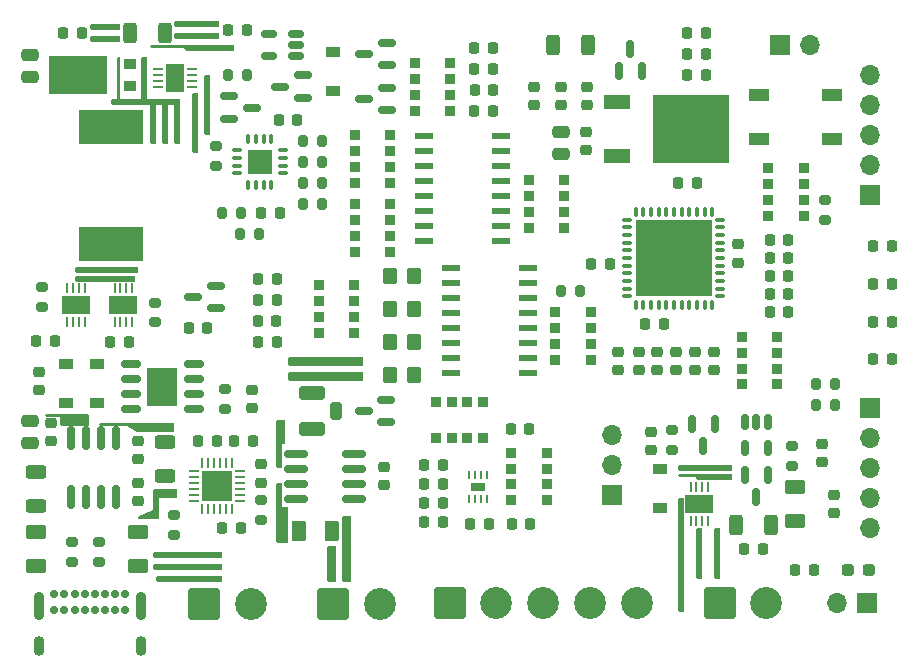
<source format=gbr>
%TF.GenerationSoftware,KiCad,Pcbnew,6.0.11+dfsg-1~bpo11+1*%
%TF.CreationDate,2024-02-18T22:16:09-06:00*%
%TF.ProjectId,BTMS,42544d53-2e6b-4696-9361-645f70636258,rev?*%
%TF.SameCoordinates,Original*%
%TF.FileFunction,Soldermask,Top*%
%TF.FilePolarity,Negative*%
%FSLAX46Y46*%
G04 Gerber Fmt 4.6, Leading zero omitted, Abs format (unit mm)*
G04 Created by KiCad (PCBNEW 6.0.11+dfsg-1~bpo11+1) date 2024-02-18 22:16:09*
%MOMM*%
%LPD*%
G01*
G04 APERTURE LIST*
G04 Aperture macros list*
%AMRoundRect*
0 Rectangle with rounded corners*
0 $1 Rounding radius*
0 $2 $3 $4 $5 $6 $7 $8 $9 X,Y pos of 4 corners*
0 Add a 4 corners polygon primitive as box body*
4,1,4,$2,$3,$4,$5,$6,$7,$8,$9,$2,$3,0*
0 Add four circle primitives for the rounded corners*
1,1,$1+$1,$2,$3*
1,1,$1+$1,$4,$5*
1,1,$1+$1,$6,$7*
1,1,$1+$1,$8,$9*
0 Add four rect primitives between the rounded corners*
20,1,$1+$1,$2,$3,$4,$5,0*
20,1,$1+$1,$4,$5,$6,$7,0*
20,1,$1+$1,$6,$7,$8,$9,0*
20,1,$1+$1,$8,$9,$2,$3,0*%
G04 Aperture macros list end*
%ADD10RoundRect,0.225000X0.250000X-0.225000X0.250000X0.225000X-0.250000X0.225000X-0.250000X-0.225000X0*%
%ADD11RoundRect,0.250001X-1.099999X-1.099999X1.099999X-1.099999X1.099999X1.099999X-1.099999X1.099999X0*%
%ADD12C,2.700000*%
%ADD13RoundRect,0.200000X-0.275000X0.200000X-0.275000X-0.200000X0.275000X-0.200000X0.275000X0.200000X0*%
%ADD14RoundRect,0.200000X0.200000X0.275000X-0.200000X0.275000X-0.200000X-0.275000X0.200000X-0.275000X0*%
%ADD15RoundRect,0.218750X-0.256250X0.218750X-0.256250X-0.218750X0.256250X-0.218750X0.256250X0.218750X0*%
%ADD16RoundRect,0.225000X0.225000X0.250000X-0.225000X0.250000X-0.225000X-0.250000X0.225000X-0.250000X0*%
%ADD17RoundRect,0.200000X0.275000X-0.200000X0.275000X0.200000X-0.275000X0.200000X-0.275000X-0.200000X0*%
%ADD18RoundRect,0.225000X-0.225000X-0.250000X0.225000X-0.250000X0.225000X0.250000X-0.225000X0.250000X0*%
%ADD19RoundRect,0.250000X-0.312500X-0.625000X0.312500X-0.625000X0.312500X0.625000X-0.312500X0.625000X0*%
%ADD20RoundRect,0.218750X0.218750X0.256250X-0.218750X0.256250X-0.218750X-0.256250X0.218750X-0.256250X0*%
%ADD21RoundRect,0.062500X-0.062500X0.287500X-0.062500X-0.287500X0.062500X-0.287500X0.062500X0.287500X0*%
%ADD22R,1.200000X0.800000*%
%ADD23RoundRect,0.150000X-0.150000X0.512500X-0.150000X-0.512500X0.150000X-0.512500X0.150000X0.512500X0*%
%ADD24R,1.700000X1.700000*%
%ADD25O,1.700000X1.700000*%
%ADD26RoundRect,0.200000X-0.200000X-0.275000X0.200000X-0.275000X0.200000X0.275000X-0.200000X0.275000X0*%
%ADD27C,0.700000*%
%ADD28O,0.900000X1.700000*%
%ADD29O,0.900000X2.400000*%
%ADD30R,0.900000X0.900000*%
%ADD31RoundRect,0.218750X0.256250X-0.218750X0.256250X0.218750X-0.256250X0.218750X-0.256250X-0.218750X0*%
%ADD32RoundRect,0.062500X-0.375000X-0.062500X0.375000X-0.062500X0.375000X0.062500X-0.375000X0.062500X0*%
%ADD33RoundRect,0.062500X-0.062500X-0.375000X0.062500X-0.375000X0.062500X0.375000X-0.062500X0.375000X0*%
%ADD34R,2.600000X2.600000*%
%ADD35RoundRect,0.137500X0.662500X0.137500X-0.662500X0.137500X-0.662500X-0.137500X0.662500X-0.137500X0*%
%ADD36RoundRect,0.250000X-0.475000X0.250000X-0.475000X-0.250000X0.475000X-0.250000X0.475000X0.250000X0*%
%ADD37RoundRect,0.062500X-0.062500X0.362500X-0.062500X-0.362500X0.062500X-0.362500X0.062500X0.362500X0*%
%ADD38R,2.380000X1.650000*%
%ADD39RoundRect,0.218750X-0.218750X-0.256250X0.218750X-0.256250X0.218750X0.256250X-0.218750X0.256250X0*%
%ADD40RoundRect,0.300000X0.800000X0.300000X-0.800000X0.300000X-0.800000X-0.300000X0.800000X-0.300000X0*%
%ADD41RoundRect,0.250000X0.250000X0.500000X-0.250000X0.500000X-0.250000X-0.500000X0.250000X-0.500000X0*%
%ADD42RoundRect,0.250000X0.625000X-0.375000X0.625000X0.375000X-0.625000X0.375000X-0.625000X-0.375000X0*%
%ADD43RoundRect,0.062500X0.362500X0.062500X-0.362500X0.062500X-0.362500X-0.062500X0.362500X-0.062500X0*%
%ADD44R,1.650000X2.380000*%
%ADD45R,1.200000X0.900000*%
%ADD46RoundRect,0.150000X0.662500X0.150000X-0.662500X0.150000X-0.662500X-0.150000X0.662500X-0.150000X0*%
%ADD47R,2.514000X3.200000*%
%ADD48RoundRect,0.150000X0.587500X0.150000X-0.587500X0.150000X-0.587500X-0.150000X0.587500X-0.150000X0*%
%ADD49RoundRect,0.150000X-0.150000X0.587500X-0.150000X-0.587500X0.150000X-0.587500X0.150000X0.587500X0*%
%ADD50RoundRect,0.250000X0.312500X0.625000X-0.312500X0.625000X-0.312500X-0.625000X0.312500X-0.625000X0*%
%ADD51RoundRect,0.250000X0.475000X-0.250000X0.475000X0.250000X-0.475000X0.250000X-0.475000X-0.250000X0*%
%ADD52RoundRect,0.225000X-0.250000X0.225000X-0.250000X-0.225000X0.250000X-0.225000X0.250000X0.225000X0*%
%ADD53RoundRect,0.250000X0.350000X0.450000X-0.350000X0.450000X-0.350000X-0.450000X0.350000X-0.450000X0*%
%ADD54RoundRect,0.237500X-0.287500X-0.237500X0.287500X-0.237500X0.287500X0.237500X-0.287500X0.237500X0*%
%ADD55RoundRect,0.150000X-0.150000X0.825000X-0.150000X-0.825000X0.150000X-0.825000X0.150000X0.825000X0*%
%ADD56RoundRect,0.087500X-0.325000X-0.087500X0.325000X-0.087500X0.325000X0.087500X-0.325000X0.087500X0*%
%ADD57RoundRect,0.087500X-0.087500X-0.325000X0.087500X-0.325000X0.087500X0.325000X-0.087500X0.325000X0*%
%ADD58R,6.450000X6.450000*%
%ADD59RoundRect,0.062500X0.062500X-0.362500X0.062500X0.362500X-0.062500X0.362500X-0.062500X-0.362500X0*%
%ADD60RoundRect,0.250000X0.625000X-0.312500X0.625000X0.312500X-0.625000X0.312500X-0.625000X-0.312500X0*%
%ADD61RoundRect,0.150000X0.512500X0.150000X-0.512500X0.150000X-0.512500X-0.150000X0.512500X-0.150000X0*%
%ADD62RoundRect,0.150000X-0.825000X-0.150000X0.825000X-0.150000X0.825000X0.150000X-0.825000X0.150000X0*%
%ADD63RoundRect,0.250000X-0.625000X0.375000X-0.625000X-0.375000X0.625000X-0.375000X0.625000X0.375000X0*%
%ADD64RoundRect,0.250000X0.375000X0.625000X-0.375000X0.625000X-0.375000X-0.625000X0.375000X-0.625000X0*%
%ADD65R,1.000000X0.950000*%
%ADD66R,4.900000X3.200000*%
%ADD67RoundRect,0.075000X0.075000X-0.350000X0.075000X0.350000X-0.075000X0.350000X-0.075000X-0.350000X0*%
%ADD68RoundRect,0.075000X0.350000X-0.075000X0.350000X0.075000X-0.350000X0.075000X-0.350000X-0.075000X0*%
%ADD69R,2.100000X2.100000*%
%ADD70R,2.200000X1.200000*%
%ADD71R,6.400000X5.800000*%
%ADD72R,5.400000X2.900000*%
%ADD73RoundRect,0.150000X0.150000X-0.587500X0.150000X0.587500X-0.150000X0.587500X-0.150000X-0.587500X0*%
%ADD74RoundRect,0.150000X-0.587500X-0.150000X0.587500X-0.150000X0.587500X0.150000X-0.587500X0.150000X0*%
%ADD75RoundRect,0.250000X-0.625000X0.312500X-0.625000X-0.312500X0.625000X-0.312500X0.625000X0.312500X0*%
%ADD76R,1.800000X1.100000*%
G04 APERTURE END LIST*
D10*
%TO.C,C42*%
X155956000Y-103391000D03*
X155956000Y-101841000D03*
%TD*%
D11*
%TO.C,J4*%
X171631000Y-145542000D03*
D12*
X175591000Y-145542000D03*
%TD*%
D13*
%TO.C,R11*%
X123808000Y-120109000D03*
X123808000Y-121759000D03*
%TD*%
D14*
%TO.C,R24*%
X131127000Y-112558000D03*
X129477000Y-112558000D03*
%TD*%
D15*
%TO.C,D13*%
X165862000Y-131038500D03*
X165862000Y-132613500D03*
%TD*%
D16*
%TO.C,C10*%
X148181000Y-138648000D03*
X146631000Y-138648000D03*
%TD*%
D17*
%TO.C,R10*%
X114300000Y-120459000D03*
X114300000Y-118809000D03*
%TD*%
D18*
%TO.C,C33*%
X168135000Y-109982000D03*
X169685000Y-109982000D03*
%TD*%
D19*
%TO.C,FB4*%
X121727500Y-97282000D03*
X124652500Y-97282000D03*
%TD*%
D20*
%TO.C,D16*%
X170485000Y-100853000D03*
X168910000Y-100853000D03*
%TD*%
D16*
%TO.C,C20*%
X115329000Y-123364000D03*
X113779000Y-123364000D03*
%TD*%
D21*
%TO.C,U4*%
X151956000Y-134748000D03*
X151456000Y-134748000D03*
X150956000Y-134748000D03*
X150456000Y-134748000D03*
X150456000Y-136748000D03*
X150956000Y-136748000D03*
X151456000Y-136748000D03*
X151956000Y-136748000D03*
D22*
X151206000Y-135748000D03*
%TD*%
D14*
%TO.C,R16*%
X137985000Y-108204000D03*
X136335000Y-108204000D03*
%TD*%
D23*
%TO.C,U15*%
X175702000Y-130180500D03*
X174752000Y-130180500D03*
X173802000Y-130180500D03*
X173802000Y-132455500D03*
X175702000Y-132455500D03*
%TD*%
D24*
%TO.C,J5*%
X162560000Y-136383000D03*
D25*
X162560000Y-133843000D03*
X162560000Y-131303000D03*
%TD*%
D26*
%TO.C,R20*%
X136335000Y-111760000D03*
X137985000Y-111760000D03*
%TD*%
D20*
%TO.C,D25*%
X152451000Y-100330000D03*
X150876000Y-100330000D03*
%TD*%
D27*
%TO.C,P1*%
X115316000Y-144819000D03*
X116166000Y-144819000D03*
X117016000Y-144819000D03*
X117866000Y-144819000D03*
X118716000Y-144819000D03*
X119566000Y-144819000D03*
X120416000Y-144819000D03*
X121266000Y-144819000D03*
X121266000Y-146169000D03*
X120416000Y-146169000D03*
X119566000Y-146169000D03*
X118716000Y-146169000D03*
X117866000Y-146169000D03*
X117016000Y-146169000D03*
X116166000Y-146169000D03*
X115316000Y-146169000D03*
D28*
X113966000Y-149179000D03*
D29*
X113966000Y-145799000D03*
X122616000Y-145799000D03*
D28*
X122616000Y-149179000D03*
%TD*%
D20*
%TO.C,D20*%
X179603500Y-142748000D03*
X178028500Y-142748000D03*
%TD*%
D30*
%TO.C,RN4*%
X178770000Y-112744000D03*
X178770000Y-111404000D03*
X178770000Y-110084000D03*
X178770000Y-108744000D03*
X175770000Y-108744000D03*
X175770000Y-110084000D03*
X175770000Y-111404000D03*
X175770000Y-112744000D03*
%TD*%
D16*
%TO.C,C35*%
X117615000Y-97282000D03*
X116065000Y-97282000D03*
%TD*%
D31*
%TO.C,D11*%
X132080000Y-129057500D03*
X132080000Y-127482500D03*
%TD*%
D32*
%TO.C,U2*%
X127138500Y-134386000D03*
X127138500Y-134886000D03*
X127138500Y-135386000D03*
X127138500Y-135886000D03*
X127138500Y-136386000D03*
X127138500Y-136886000D03*
D33*
X127826000Y-137573500D03*
X128326000Y-137573500D03*
X128826000Y-137573500D03*
X129326000Y-137573500D03*
X129826000Y-137573500D03*
X130326000Y-137573500D03*
D32*
X131013500Y-136886000D03*
X131013500Y-136386000D03*
X131013500Y-135886000D03*
X131013500Y-135386000D03*
X131013500Y-134886000D03*
X131013500Y-134386000D03*
D33*
X130326000Y-133698500D03*
X129826000Y-133698500D03*
X129326000Y-133698500D03*
X128826000Y-133698500D03*
X128326000Y-133698500D03*
X127826000Y-133698500D03*
D34*
X129076000Y-135636000D03*
%TD*%
D18*
%TO.C,C18*%
X120041000Y-123442000D03*
X121591000Y-123442000D03*
%TD*%
%TO.C,C1*%
X146631000Y-135448000D03*
X148181000Y-135448000D03*
%TD*%
D35*
%TO.C,U3*%
X155386000Y-126077000D03*
X155386000Y-124807000D03*
X155386000Y-123537000D03*
X155386000Y-122267000D03*
X155386000Y-120997000D03*
X155386000Y-119727000D03*
X155386000Y-118457000D03*
X155386000Y-117187000D03*
X148886000Y-117187000D03*
X148886000Y-118457000D03*
X148886000Y-119727000D03*
X148886000Y-120997000D03*
X148886000Y-122267000D03*
X148886000Y-123537000D03*
X148886000Y-124807000D03*
X148886000Y-126077000D03*
%TD*%
D36*
%TO.C,C16*%
X113284000Y-130114000D03*
X113284000Y-132014000D03*
%TD*%
D17*
%TO.C,R22*%
X125476000Y-139763000D03*
X125476000Y-138113000D03*
%TD*%
D37*
%TO.C,U11*%
X117904000Y-118884000D03*
X117404000Y-118884000D03*
X116904000Y-118884000D03*
X116404000Y-118884000D03*
X116404000Y-121784000D03*
X116904000Y-121784000D03*
X117404000Y-121784000D03*
X117904000Y-121784000D03*
D38*
X117154000Y-120334000D03*
%TD*%
D39*
%TO.C,D23*%
X150876000Y-98552000D03*
X152451000Y-98552000D03*
%TD*%
D16*
%TO.C,C36*%
X166891000Y-121920000D03*
X165341000Y-121920000D03*
%TD*%
D14*
%TO.C,R18*%
X137985000Y-106426000D03*
X136335000Y-106426000D03*
%TD*%
D13*
%TO.C,R6*%
X119126000Y-140399000D03*
X119126000Y-142049000D03*
%TD*%
D18*
%TO.C,C6*%
X153931000Y-130848000D03*
X155481000Y-130848000D03*
%TD*%
D11*
%TO.C,J3*%
X138917000Y-145625000D03*
D12*
X142877000Y-145625000D03*
%TD*%
D40*
%TO.C,U5*%
X137088500Y-130786000D03*
D41*
X139160000Y-129292000D03*
D40*
X137160000Y-127786000D03*
%TD*%
D17*
%TO.C,R19*%
X129032000Y-108521000D03*
X129032000Y-106871000D03*
%TD*%
D13*
%TO.C,R23*%
X129794000Y-127445000D03*
X129794000Y-129095000D03*
%TD*%
D18*
%TO.C,C17*%
X175895000Y-119380000D03*
X177445000Y-119380000D03*
%TD*%
%TO.C,C19*%
X175895000Y-117856000D03*
X177445000Y-117856000D03*
%TD*%
D42*
%TO.C,F2*%
X113792000Y-142370000D03*
X113792000Y-139570000D03*
%TD*%
D43*
%TO.C,U16*%
X127000000Y-101854000D03*
X127000000Y-101354000D03*
X127000000Y-100854000D03*
X127000000Y-100354000D03*
X124100000Y-100354000D03*
X124100000Y-100854000D03*
X124100000Y-101354000D03*
X124100000Y-101854000D03*
D44*
X125550000Y-101104000D03*
%TD*%
D10*
%TO.C,C23*%
X114046000Y-127521000D03*
X114046000Y-125971000D03*
%TD*%
D39*
%TO.C,D6*%
X154018500Y-138848000D03*
X155593500Y-138848000D03*
%TD*%
D45*
%TO.C,D17*%
X118932000Y-128650000D03*
X118932000Y-125350000D03*
%TD*%
D46*
%TO.C,U9*%
X127097500Y-129159000D03*
X127097500Y-127889000D03*
X127097500Y-126619000D03*
X127097500Y-125349000D03*
X121822500Y-125349000D03*
X121822500Y-126619000D03*
X121822500Y-127889000D03*
X121822500Y-129159000D03*
D47*
X124460000Y-127254000D03*
%TD*%
D48*
%TO.C,Q7*%
X136319500Y-102768000D03*
X136319500Y-100868000D03*
X134444500Y-101818000D03*
%TD*%
D49*
%TO.C,Q3*%
X175702000Y-134698500D03*
X173802000Y-134698500D03*
X174752000Y-136573500D03*
%TD*%
D16*
%TO.C,C39*%
X162319000Y-116840000D03*
X160769000Y-116840000D03*
%TD*%
D13*
%TO.C,R5*%
X116840000Y-140399000D03*
X116840000Y-142049000D03*
%TD*%
D30*
%TO.C,RN11*%
X148820000Y-103854000D03*
X148820000Y-102514000D03*
X148820000Y-101194000D03*
X148820000Y-99854000D03*
X145820000Y-99854000D03*
X145820000Y-101194000D03*
X145820000Y-102514000D03*
X145820000Y-103854000D03*
%TD*%
D50*
%TO.C,FB2*%
X160466500Y-98298000D03*
X157541500Y-98298000D03*
%TD*%
D14*
%TO.C,R12*%
X181419000Y-127000000D03*
X179769000Y-127000000D03*
%TD*%
D11*
%TO.C,J2*%
X127995000Y-145625000D03*
D12*
X131955000Y-145625000D03*
%TD*%
D10*
%TO.C,C22*%
X160292000Y-107189000D03*
X160292000Y-105639000D03*
%TD*%
D18*
%TO.C,C3*%
X146631000Y-137048000D03*
X148181000Y-137048000D03*
%TD*%
D39*
%TO.C,D5*%
X127482500Y-131826000D03*
X129057500Y-131826000D03*
%TD*%
D18*
%TO.C,C34*%
X175870000Y-114808000D03*
X177420000Y-114808000D03*
%TD*%
D51*
%TO.C,C25*%
X158242000Y-107564000D03*
X158242000Y-105664000D03*
%TD*%
D18*
%TO.C,C44*%
X130035000Y-97028000D03*
X131585000Y-97028000D03*
%TD*%
D52*
%TO.C,C5*%
X143241000Y-133999000D03*
X143241000Y-135549000D03*
%TD*%
%TO.C,C14*%
X160392000Y-101841000D03*
X160392000Y-103391000D03*
%TD*%
%TO.C,C11*%
X122428000Y-131813000D03*
X122428000Y-133363000D03*
%TD*%
D10*
%TO.C,C28*%
X181356000Y-137935000D03*
X181356000Y-136385000D03*
%TD*%
D53*
%TO.C,R1*%
X145756000Y-117856000D03*
X143756000Y-117856000D03*
%TD*%
D20*
%TO.C,D3*%
X134112000Y-121666000D03*
X132537000Y-121666000D03*
%TD*%
D18*
%TO.C,C41*%
X150888500Y-102108000D03*
X152438500Y-102108000D03*
%TD*%
%TO.C,C4*%
X129527000Y-139192000D03*
X131077000Y-139192000D03*
%TD*%
D39*
%TO.C,D9*%
X184632500Y-121716000D03*
X186207500Y-121716000D03*
%TD*%
D18*
%TO.C,C7*%
X130543000Y-131826000D03*
X132093000Y-131826000D03*
%TD*%
D39*
%TO.C,D10*%
X184632500Y-124916000D03*
X186207500Y-124916000D03*
%TD*%
D18*
%TO.C,C21*%
X175895000Y-116332000D03*
X177445000Y-116332000D03*
%TD*%
D36*
%TO.C,C32*%
X113284000Y-99126000D03*
X113284000Y-101026000D03*
%TD*%
D30*
%TO.C,RN8*%
X140740000Y-105950000D03*
X140740000Y-107290000D03*
X140740000Y-108610000D03*
X140740000Y-109950000D03*
X143740000Y-109950000D03*
X143740000Y-108610000D03*
X143740000Y-107290000D03*
X143740000Y-105950000D03*
%TD*%
D20*
%TO.C,D2*%
X134137500Y-119888000D03*
X132562500Y-119888000D03*
%TD*%
D42*
%TO.C,F1*%
X122428000Y-142370000D03*
X122428000Y-139570000D03*
%TD*%
D26*
%TO.C,R21*%
X158179000Y-119126000D03*
X159829000Y-119126000D03*
%TD*%
D54*
%TO.C,F4*%
X182513000Y-142748000D03*
X184263000Y-142748000D03*
%TD*%
D24*
%TO.C,J9*%
X184150000Y-145542000D03*
D25*
X181610000Y-145542000D03*
%TD*%
D52*
%TO.C,C29*%
X171168000Y-124267000D03*
X171168000Y-125817000D03*
%TD*%
D18*
%TO.C,C15*%
X175895000Y-120904000D03*
X177445000Y-120904000D03*
%TD*%
D16*
%TO.C,C9*%
X152081000Y-138848000D03*
X150531000Y-138848000D03*
%TD*%
D55*
%TO.C,U7*%
X120523000Y-131614000D03*
X119253000Y-131614000D03*
X117983000Y-131614000D03*
X116713000Y-131614000D03*
X116713000Y-136564000D03*
X117983000Y-136564000D03*
X119253000Y-136564000D03*
X120523000Y-136564000D03*
%TD*%
D13*
%TO.C,R9*%
X167562000Y-130901000D03*
X167562000Y-132551000D03*
%TD*%
D10*
%TO.C,C8*%
X132842000Y-135343000D03*
X132842000Y-133793000D03*
%TD*%
D19*
%TO.C,FB3*%
X173035500Y-138938000D03*
X175960500Y-138938000D03*
%TD*%
D52*
%TO.C,C24*%
X115062000Y-130302000D03*
X115062000Y-131852000D03*
%TD*%
D45*
%TO.C,D26*%
X138938000Y-102234000D03*
X138938000Y-98934000D03*
%TD*%
D26*
%TO.C,R14*%
X129985000Y-100838000D03*
X131635000Y-100838000D03*
%TD*%
D53*
%TO.C,R2*%
X145756000Y-120650000D03*
X143756000Y-120650000D03*
%TD*%
D56*
%TO.C,U17*%
X163832500Y-113092000D03*
X163832500Y-113742000D03*
X163832500Y-114392000D03*
X163832500Y-115042000D03*
X163832500Y-115692000D03*
X163832500Y-116342000D03*
X163832500Y-116992000D03*
X163832500Y-117642000D03*
X163832500Y-118292000D03*
X163832500Y-118942000D03*
X163832500Y-119592000D03*
D57*
X164520000Y-120279500D03*
X165170000Y-120279500D03*
X165820000Y-120279500D03*
X166470000Y-120279500D03*
X167120000Y-120279500D03*
X167770000Y-120279500D03*
X168420000Y-120279500D03*
X169070000Y-120279500D03*
X169720000Y-120279500D03*
X170370000Y-120279500D03*
X171020000Y-120279500D03*
D56*
X171707500Y-119592000D03*
X171707500Y-118942000D03*
X171707500Y-118292000D03*
X171707500Y-117642000D03*
X171707500Y-116992000D03*
X171707500Y-116342000D03*
X171707500Y-115692000D03*
X171707500Y-115042000D03*
X171707500Y-114392000D03*
X171707500Y-113742000D03*
X171707500Y-113092000D03*
D57*
X171020000Y-112404500D03*
X170370000Y-112404500D03*
X169720000Y-112404500D03*
X169070000Y-112404500D03*
X168420000Y-112404500D03*
X167770000Y-112404500D03*
X167120000Y-112404500D03*
X166470000Y-112404500D03*
X165820000Y-112404500D03*
X165170000Y-112404500D03*
X164520000Y-112404500D03*
D58*
X167770000Y-116342000D03*
%TD*%
D14*
%TO.C,R17*%
X137985000Y-109982000D03*
X136335000Y-109982000D03*
%TD*%
D59*
%TO.C,U12*%
X120408000Y-121734000D03*
X120908000Y-121734000D03*
X121408000Y-121734000D03*
X121908000Y-121734000D03*
X121908000Y-118834000D03*
X121408000Y-118834000D03*
X120908000Y-118834000D03*
X120408000Y-118834000D03*
D38*
X121158000Y-120284000D03*
%TD*%
D49*
%TO.C,Q2*%
X171212000Y-130388500D03*
X169312000Y-130388500D03*
X170262000Y-132263500D03*
%TD*%
D20*
%TO.C,D27*%
X170459500Y-97282000D03*
X168884500Y-97282000D03*
%TD*%
D18*
%TO.C,C2*%
X146631000Y-133848000D03*
X148181000Y-133848000D03*
%TD*%
D52*
%TO.C,C38*%
X167968000Y-124267000D03*
X167968000Y-125817000D03*
%TD*%
D30*
%TO.C,RN2*%
X140692000Y-122650000D03*
X140692000Y-121310000D03*
X140692000Y-119990000D03*
X140692000Y-118650000D03*
X137692000Y-118650000D03*
X137692000Y-119990000D03*
X137692000Y-121310000D03*
X137692000Y-122650000D03*
%TD*%
D24*
%TO.C,J8*%
X184404000Y-110998000D03*
D25*
X184404000Y-108458000D03*
X184404000Y-105918000D03*
X184404000Y-103378000D03*
X184404000Y-100838000D03*
%TD*%
D31*
%TO.C,D19*%
X180340000Y-133629500D03*
X180340000Y-132054500D03*
%TD*%
D48*
%TO.C,U13*%
X128953500Y-120584000D03*
X128953500Y-118684000D03*
X127078500Y-119634000D03*
%TD*%
D16*
%TO.C,C43*%
X175273000Y-140970000D03*
X173723000Y-140970000D03*
%TD*%
D10*
%TO.C,C12*%
X122428000Y-136919000D03*
X122428000Y-135369000D03*
%TD*%
D52*
%TO.C,C13*%
X158242000Y-101841000D03*
X158242000Y-103391000D03*
%TD*%
D60*
%TO.C,FB1*%
X124714000Y-134812500D03*
X124714000Y-131887500D03*
%TD*%
D30*
%TO.C,RN9*%
X158472000Y-113760000D03*
X158472000Y-112420000D03*
X158472000Y-111100000D03*
X158472000Y-109760000D03*
X155472000Y-109760000D03*
X155472000Y-111100000D03*
X155472000Y-112420000D03*
X155472000Y-113760000D03*
%TD*%
D52*
%TO.C,C31*%
X164768000Y-124267000D03*
X164768000Y-125817000D03*
%TD*%
D61*
%TO.C,U14*%
X135757500Y-99248000D03*
X135757500Y-98298000D03*
X135757500Y-97348000D03*
X133482500Y-97348000D03*
X133482500Y-99248000D03*
%TD*%
D62*
%TO.C,U1*%
X135766000Y-132969000D03*
X135766000Y-134239000D03*
X135766000Y-135509000D03*
X135766000Y-136779000D03*
X140716000Y-136779000D03*
X140716000Y-135509000D03*
X140716000Y-134239000D03*
X140716000Y-132969000D03*
%TD*%
D30*
%TO.C,RN1*%
X147606000Y-131548000D03*
X148946000Y-131548000D03*
X150266000Y-131548000D03*
X151606000Y-131548000D03*
X151606000Y-128548000D03*
X150266000Y-128548000D03*
X148946000Y-128548000D03*
X147606000Y-128548000D03*
%TD*%
D63*
%TO.C,F5*%
X178054000Y-135760000D03*
X178054000Y-138560000D03*
%TD*%
D39*
%TO.C,D8*%
X184632500Y-118516000D03*
X186207500Y-118516000D03*
%TD*%
D52*
%TO.C,C30*%
X166368000Y-124267000D03*
X166368000Y-125817000D03*
%TD*%
D45*
%TO.C,D14*%
X166624000Y-137540000D03*
X166624000Y-134240000D03*
%TD*%
D26*
%TO.C,R26*%
X131001000Y-114300000D03*
X132651000Y-114300000D03*
%TD*%
D30*
%TO.C,RN5*%
X160734000Y-124936000D03*
X160734000Y-123596000D03*
X160734000Y-122276000D03*
X160734000Y-120936000D03*
X157734000Y-120936000D03*
X157734000Y-122276000D03*
X157734000Y-123596000D03*
X157734000Y-124936000D03*
%TD*%
D64*
%TO.C,F3*%
X138814000Y-139446000D03*
X136014000Y-139446000D03*
%TD*%
D65*
%TO.C,D22*%
X121698000Y-99868000D03*
X121698000Y-101808000D03*
D66*
X117348000Y-100838000D03*
%TD*%
D52*
%TO.C,C27*%
X169568000Y-124267000D03*
X169568000Y-125817000D03*
%TD*%
D16*
%TO.C,C40*%
X135890000Y-104648000D03*
X134340000Y-104648000D03*
%TD*%
D67*
%TO.C,U18*%
X131733000Y-110140000D03*
X132383000Y-110140000D03*
X133033000Y-110140000D03*
X133683000Y-110140000D03*
D68*
X134658000Y-109165000D03*
X134658000Y-108515000D03*
X134658000Y-107865000D03*
X134658000Y-107215000D03*
D67*
X133683000Y-106240000D03*
X133033000Y-106240000D03*
X132383000Y-106240000D03*
X131733000Y-106240000D03*
D68*
X130758000Y-107215000D03*
X130758000Y-107865000D03*
X130758000Y-108515000D03*
X130758000Y-109165000D03*
D69*
X132708000Y-108190000D03*
%TD*%
D35*
%TO.C,U8*%
X153110000Y-114935000D03*
X153110000Y-113665000D03*
X153110000Y-112395000D03*
X153110000Y-111125000D03*
X153110000Y-109855000D03*
X153110000Y-108585000D03*
X153110000Y-107315000D03*
X153110000Y-106045000D03*
X146610000Y-106045000D03*
X146610000Y-107315000D03*
X146610000Y-108585000D03*
X146610000Y-109855000D03*
X146610000Y-111125000D03*
X146610000Y-112395000D03*
X146610000Y-113665000D03*
X146610000Y-114935000D03*
%TD*%
D13*
%TO.C,R15*%
X177800000Y-132271000D03*
X177800000Y-133921000D03*
%TD*%
D20*
%TO.C,D1*%
X134137500Y-118110000D03*
X132562500Y-118110000D03*
%TD*%
D53*
%TO.C,R4*%
X145756000Y-126238000D03*
X143756000Y-126238000D03*
%TD*%
D11*
%TO.C,J1*%
X148771000Y-145542000D03*
D12*
X152731000Y-145542000D03*
X156691000Y-145542000D03*
X160651000Y-145542000D03*
X164611000Y-145542000D03*
%TD*%
D70*
%TO.C,U10*%
X162932000Y-103130000D03*
D71*
X169232000Y-105410000D03*
D70*
X162932000Y-107690000D03*
%TD*%
D24*
%TO.C,J6*%
X184404000Y-129032000D03*
D25*
X184404000Y-131572000D03*
X184404000Y-134112000D03*
X184404000Y-136652000D03*
X184404000Y-139192000D03*
%TD*%
D72*
%TO.C,L1*%
X120116000Y-115174000D03*
X120116000Y-105274000D03*
%TD*%
D13*
%TO.C,R8*%
X132842000Y-136843000D03*
X132842000Y-138493000D03*
%TD*%
D30*
%TO.C,RN7*%
X143740000Y-115792000D03*
X143740000Y-114452000D03*
X143740000Y-113132000D03*
X143740000Y-111792000D03*
X140740000Y-111792000D03*
X140740000Y-113132000D03*
X140740000Y-114452000D03*
X140740000Y-115792000D03*
%TD*%
D73*
%TO.C,Q8*%
X163134000Y-100505500D03*
X165034000Y-100505500D03*
X164084000Y-98630500D03*
%TD*%
D17*
%TO.C,R25*%
X180594000Y-113093000D03*
X180594000Y-111443000D03*
%TD*%
D30*
%TO.C,RN3*%
X154006000Y-132848000D03*
X154006000Y-134188000D03*
X154006000Y-135508000D03*
X154006000Y-136848000D03*
X157006000Y-136848000D03*
X157006000Y-135508000D03*
X157006000Y-134188000D03*
X157006000Y-132848000D03*
%TD*%
D39*
%TO.C,D7*%
X184632500Y-115316000D03*
X186207500Y-115316000D03*
%TD*%
D14*
%TO.C,R13*%
X181419000Y-128778000D03*
X179769000Y-128778000D03*
%TD*%
D16*
%TO.C,C26*%
X128273000Y-122258000D03*
X126723000Y-122258000D03*
%TD*%
D20*
%TO.C,D12*%
X134391500Y-112558000D03*
X132816500Y-112558000D03*
%TD*%
D74*
%TO.C,Q5*%
X130126500Y-102646000D03*
X130126500Y-104546000D03*
X132001500Y-103596000D03*
%TD*%
D30*
%TO.C,RN10*%
X176506000Y-127042000D03*
X176506000Y-125702000D03*
X176506000Y-124382000D03*
X176506000Y-123042000D03*
X173506000Y-123042000D03*
X173506000Y-124382000D03*
X173506000Y-125702000D03*
X173506000Y-127042000D03*
%TD*%
D15*
%TO.C,D21*%
X163068000Y-124254500D03*
X163068000Y-125829500D03*
%TD*%
D48*
%TO.C,Q6*%
X143431500Y-103835000D03*
X143431500Y-101935000D03*
X141556500Y-102885000D03*
%TD*%
%TO.C,Q1*%
X143397500Y-130236000D03*
X143397500Y-128336000D03*
X141522500Y-129286000D03*
%TD*%
D20*
%TO.C,D15*%
X170459500Y-99060000D03*
X168884500Y-99060000D03*
%TD*%
%TO.C,D4*%
X134137500Y-123444000D03*
X132562500Y-123444000D03*
%TD*%
D75*
%TO.C,R7*%
X113792000Y-134427500D03*
X113792000Y-137352500D03*
%TD*%
D53*
%TO.C,R3*%
X145756000Y-123444000D03*
X143756000Y-123444000D03*
%TD*%
D76*
%TO.C,SW1*%
X181154000Y-106244000D03*
X174954000Y-106244000D03*
X174954000Y-102544000D03*
X181154000Y-102544000D03*
%TD*%
D24*
%TO.C,J7*%
X176779000Y-98298000D03*
D25*
X179319000Y-98298000D03*
%TD*%
D10*
%TO.C,C37*%
X173228000Y-116717000D03*
X173228000Y-115167000D03*
%TD*%
D48*
%TO.C,Q4*%
X143431500Y-100010000D03*
X143431500Y-98110000D03*
X141556500Y-99060000D03*
%TD*%
D45*
%TO.C,D18*%
X116332000Y-128650000D03*
X116332000Y-125350000D03*
%TD*%
D37*
%TO.C,U6*%
X170676000Y-135710000D03*
X170176000Y-135710000D03*
X169676000Y-135710000D03*
X169176000Y-135710000D03*
X169176000Y-138610000D03*
X169676000Y-138610000D03*
X170176000Y-138610000D03*
X170676000Y-138610000D03*
D38*
X169926000Y-137160000D03*
%TD*%
D20*
%TO.C,D24*%
X152451000Y-103886000D03*
X150876000Y-103886000D03*
%TD*%
G36*
X171646121Y-139212002D02*
G01*
X171692614Y-139265658D01*
X171704000Y-139318000D01*
X171704000Y-143384000D01*
X171683998Y-143452121D01*
X171630342Y-143498614D01*
X171578000Y-143510000D01*
X171322000Y-143510000D01*
X171253879Y-143489998D01*
X171207386Y-143436342D01*
X171196000Y-143384000D01*
X171196000Y-139318000D01*
X171216002Y-139249879D01*
X171269658Y-139203386D01*
X171322000Y-139192000D01*
X171578000Y-139192000D01*
X171646121Y-139212002D01*
G37*
G36*
X134562121Y-135402002D02*
G01*
X134608614Y-135455658D01*
X134620000Y-135508000D01*
X134620000Y-137395885D01*
X134624475Y-137411124D01*
X134625865Y-137412329D01*
X134633548Y-137414000D01*
X135002000Y-137414000D01*
X135070121Y-137434002D01*
X135116614Y-137487658D01*
X135128000Y-137540000D01*
X135128000Y-140336000D01*
X135107998Y-140404121D01*
X135054342Y-140450614D01*
X135002000Y-140462000D01*
X134238000Y-140462000D01*
X134169879Y-140441998D01*
X134123386Y-140388342D01*
X134112000Y-140336000D01*
X134112000Y-135508000D01*
X134132002Y-135439879D01*
X134185658Y-135393386D01*
X134238000Y-135382000D01*
X134494000Y-135382000D01*
X134562121Y-135402002D01*
G37*
G36*
X170122121Y-139212002D02*
G01*
X170168614Y-139265658D01*
X170180000Y-139318000D01*
X170180000Y-143384000D01*
X170159998Y-143452121D01*
X170106342Y-143498614D01*
X170054000Y-143510000D01*
X169798000Y-143510000D01*
X169729879Y-143489998D01*
X169683386Y-143436342D01*
X169672000Y-143384000D01*
X169672000Y-139318000D01*
X169692002Y-139249879D01*
X169745658Y-139203386D01*
X169798000Y-139192000D01*
X170054000Y-139192000D01*
X170122121Y-139212002D01*
G37*
G36*
X140404121Y-138196002D02*
G01*
X140450614Y-138249658D01*
X140462000Y-138302000D01*
X140462000Y-143638000D01*
X140441998Y-143706121D01*
X140388342Y-143752614D01*
X140336000Y-143764000D01*
X139826000Y-143764000D01*
X139757879Y-143743998D01*
X139711386Y-143690342D01*
X139700000Y-143638000D01*
X139700000Y-138302000D01*
X139720002Y-138233879D01*
X139773658Y-138187386D01*
X139826000Y-138176000D01*
X140336000Y-138176000D01*
X140404121Y-138196002D01*
G37*
G36*
X125926121Y-102890002D02*
G01*
X125972614Y-102943658D01*
X125984000Y-102996000D01*
X125984000Y-106554000D01*
X125963998Y-106622121D01*
X125910342Y-106668614D01*
X125858000Y-106680000D01*
X125602000Y-106680000D01*
X125533879Y-106659998D01*
X125487386Y-106606342D01*
X125476000Y-106554000D01*
X125476000Y-103396115D01*
X125471525Y-103380876D01*
X125470135Y-103379671D01*
X125462452Y-103378000D01*
X125348000Y-103378000D01*
X125279879Y-103357998D01*
X125233386Y-103304342D01*
X125222000Y-103252000D01*
X125222000Y-102996000D01*
X125242002Y-102927879D01*
X125295658Y-102881386D01*
X125348000Y-102870000D01*
X125858000Y-102870000D01*
X125926121Y-102890002D01*
G37*
G36*
X129228121Y-96286002D02*
G01*
X129274614Y-96339658D01*
X129286000Y-96392000D01*
X129286000Y-96648000D01*
X129265998Y-96716121D01*
X129212342Y-96762614D01*
X129160000Y-96774000D01*
X125602000Y-96774000D01*
X125533879Y-96753998D01*
X125487386Y-96700342D01*
X125476000Y-96648000D01*
X125476000Y-96392000D01*
X125496002Y-96323879D01*
X125549658Y-96277386D01*
X125602000Y-96266000D01*
X129160000Y-96266000D01*
X129228121Y-96286002D01*
G37*
G36*
X125672121Y-135910002D02*
G01*
X125718614Y-135963658D01*
X125730000Y-136016000D01*
X125730000Y-136526000D01*
X125709998Y-136594121D01*
X125656342Y-136640614D01*
X125604000Y-136652000D01*
X124224115Y-136652000D01*
X124208876Y-136656475D01*
X124207671Y-136657865D01*
X124206000Y-136665548D01*
X124206000Y-138304000D01*
X124185998Y-138372121D01*
X124132342Y-138418614D01*
X124080000Y-138430000D01*
X122533862Y-138430000D01*
X122465741Y-138409998D01*
X122419248Y-138356342D01*
X122409144Y-138286068D01*
X122438638Y-138221488D01*
X122484228Y-138188188D01*
X123681348Y-137675136D01*
X123692973Y-137665533D01*
X123698000Y-137649128D01*
X123698000Y-136016000D01*
X123718002Y-135947879D01*
X123771658Y-135901386D01*
X123824000Y-135890000D01*
X125604000Y-135890000D01*
X125672121Y-135910002D01*
G37*
G36*
X125164121Y-102890002D02*
G01*
X125210614Y-102943658D01*
X125222000Y-102996000D01*
X125222000Y-103252000D01*
X125201998Y-103320121D01*
X125148342Y-103366614D01*
X125096000Y-103378000D01*
X124986115Y-103378000D01*
X124970876Y-103382475D01*
X124969671Y-103383865D01*
X124968000Y-103391548D01*
X124968000Y-106554000D01*
X124947998Y-106622121D01*
X124894342Y-106668614D01*
X124842000Y-106680000D01*
X124586000Y-106680000D01*
X124517879Y-106659998D01*
X124471386Y-106606342D01*
X124460000Y-106554000D01*
X124460000Y-103396115D01*
X124455525Y-103380876D01*
X124454135Y-103379671D01*
X124446452Y-103378000D01*
X124332000Y-103378000D01*
X124263879Y-103357998D01*
X124217386Y-103304342D01*
X124206000Y-103252000D01*
X124206000Y-102996000D01*
X124226002Y-102927879D01*
X124279658Y-102881386D01*
X124332000Y-102870000D01*
X125096000Y-102870000D01*
X125164121Y-102890002D01*
G37*
G36*
X125926121Y-102890002D02*
G01*
X125972614Y-102943658D01*
X125984000Y-102996000D01*
X125984000Y-103506000D01*
X125963998Y-103574121D01*
X125910342Y-103620614D01*
X125858000Y-103632000D01*
X125602000Y-103632000D01*
X125533879Y-103611998D01*
X125487386Y-103558342D01*
X125476000Y-103506000D01*
X125476000Y-103396115D01*
X125471525Y-103380876D01*
X125470135Y-103379671D01*
X125462452Y-103378000D01*
X120268000Y-103378000D01*
X120199879Y-103357998D01*
X120153386Y-103304342D01*
X120142000Y-103252000D01*
X120142000Y-102996000D01*
X120162002Y-102927879D01*
X120215658Y-102881386D01*
X120268000Y-102870000D01*
X125858000Y-102870000D01*
X125926121Y-102890002D01*
G37*
G36*
X120846121Y-99334002D02*
G01*
X120892614Y-99387658D01*
X120904000Y-99440000D01*
X120904000Y-102851885D01*
X120908475Y-102867124D01*
X120909865Y-102868329D01*
X120917548Y-102870000D01*
X121032000Y-102870000D01*
X121100121Y-102890002D01*
X121146614Y-102943658D01*
X121158000Y-102996000D01*
X121158000Y-103252000D01*
X121137998Y-103320121D01*
X121084342Y-103366614D01*
X121032000Y-103378000D01*
X120522000Y-103378000D01*
X120453879Y-103357998D01*
X120407386Y-103304342D01*
X120396000Y-103252000D01*
X120396000Y-102996000D01*
X120416002Y-102927879D01*
X120469658Y-102881386D01*
X120522000Y-102870000D01*
X120631885Y-102870000D01*
X120647124Y-102865525D01*
X120648329Y-102864135D01*
X120650000Y-102856452D01*
X120650000Y-99440000D01*
X120670002Y-99371879D01*
X120723658Y-99325386D01*
X120776000Y-99314000D01*
X120778000Y-99314000D01*
X120846121Y-99334002D01*
G37*
G36*
X129228121Y-97302002D02*
G01*
X129274614Y-97355658D01*
X129286000Y-97408000D01*
X129286000Y-97664000D01*
X129265998Y-97732121D01*
X129212342Y-97778614D01*
X129160000Y-97790000D01*
X125602000Y-97790000D01*
X125533879Y-97769998D01*
X125487386Y-97716342D01*
X125476000Y-97664000D01*
X125476000Y-97408000D01*
X125496002Y-97339879D01*
X125549658Y-97293386D01*
X125602000Y-97282000D01*
X129160000Y-97282000D01*
X129228121Y-97302002D01*
G37*
G36*
X141420121Y-124734002D02*
G01*
X141466614Y-124787658D01*
X141478000Y-124840000D01*
X141478000Y-125350000D01*
X141457998Y-125418121D01*
X141404342Y-125464614D01*
X141352000Y-125476000D01*
X135254000Y-125476000D01*
X135185879Y-125455998D01*
X135139386Y-125402342D01*
X135128000Y-125350000D01*
X135128000Y-124840000D01*
X135148002Y-124771879D01*
X135201658Y-124725386D01*
X135254000Y-124714000D01*
X141352000Y-124714000D01*
X141420121Y-124734002D01*
G37*
G36*
X128466121Y-100858002D02*
G01*
X128512614Y-100911658D01*
X128524000Y-100964000D01*
X128524000Y-105792000D01*
X128503998Y-105860121D01*
X128450342Y-105906614D01*
X128398000Y-105918000D01*
X128142000Y-105918000D01*
X128073879Y-105897998D01*
X128027386Y-105844342D01*
X128016000Y-105792000D01*
X128016000Y-100964000D01*
X128036002Y-100895879D01*
X128089658Y-100849386D01*
X128142000Y-100838000D01*
X128398000Y-100838000D01*
X128466121Y-100858002D01*
G37*
G36*
X129482121Y-142260002D02*
G01*
X129528614Y-142313658D01*
X129540000Y-142366000D01*
X129540000Y-142622000D01*
X129519998Y-142690121D01*
X129466342Y-142736614D01*
X129414000Y-142748000D01*
X123824000Y-142748000D01*
X123755879Y-142727998D01*
X123709386Y-142674342D01*
X123698000Y-142622000D01*
X123698000Y-142366000D01*
X123718002Y-142297879D01*
X123771658Y-142251386D01*
X123824000Y-142240000D01*
X129414000Y-142240000D01*
X129482121Y-142260002D01*
G37*
G36*
X141420121Y-126004002D02*
G01*
X141466614Y-126057658D01*
X141478000Y-126110000D01*
X141478000Y-126620000D01*
X141457998Y-126688121D01*
X141404342Y-126734614D01*
X141352000Y-126746000D01*
X135254000Y-126746000D01*
X135185879Y-126725998D01*
X135139386Y-126672342D01*
X135128000Y-126620000D01*
X135128000Y-126110000D01*
X135148002Y-126041879D01*
X135201658Y-125995386D01*
X135254000Y-125984000D01*
X141352000Y-125984000D01*
X141420121Y-126004002D01*
G37*
G36*
X118179121Y-129560002D02*
G01*
X118225614Y-129613658D01*
X118237000Y-129666000D01*
X118237000Y-130430000D01*
X118216998Y-130498121D01*
X118163342Y-130544614D01*
X118111000Y-130556000D01*
X115950000Y-130556000D01*
X115881879Y-130535998D01*
X115835386Y-130482342D01*
X115824000Y-130430000D01*
X115824000Y-129812115D01*
X115819525Y-129796876D01*
X115818135Y-129795671D01*
X115810452Y-129794000D01*
X114680000Y-129794000D01*
X114611879Y-129773998D01*
X114565386Y-129720342D01*
X114554000Y-129668000D01*
X114554000Y-129666000D01*
X114574002Y-129597879D01*
X114627658Y-129551386D01*
X114680000Y-129540000D01*
X118111000Y-129540000D01*
X118179121Y-129560002D01*
G37*
G36*
X129482121Y-143276002D02*
G01*
X129528614Y-143329658D01*
X129540000Y-143382000D01*
X129540000Y-143638000D01*
X129519998Y-143706121D01*
X129466342Y-143752614D01*
X129414000Y-143764000D01*
X124078000Y-143764000D01*
X124009879Y-143743998D01*
X123963386Y-143690342D01*
X123952000Y-143638000D01*
X123952000Y-143382000D01*
X123972002Y-143313879D01*
X124025658Y-143267386D01*
X124078000Y-143256000D01*
X129414000Y-143256000D01*
X129482121Y-143276002D01*
G37*
G36*
X120846121Y-97556002D02*
G01*
X120892614Y-97609658D01*
X120904000Y-97662000D01*
X120904000Y-97918000D01*
X120883998Y-97986121D01*
X120830342Y-98032614D01*
X120778000Y-98044000D01*
X118490000Y-98044000D01*
X118421879Y-98023998D01*
X118375386Y-97970342D01*
X118364000Y-97918000D01*
X118364000Y-97662000D01*
X118384002Y-97593879D01*
X118437658Y-97547386D01*
X118490000Y-97536000D01*
X120778000Y-97536000D01*
X120846121Y-97556002D01*
G37*
G36*
X123132121Y-99334002D02*
G01*
X123178614Y-99387658D01*
X123190000Y-99440000D01*
X123190000Y-102851885D01*
X123194475Y-102867124D01*
X123195865Y-102868329D01*
X123203548Y-102870000D01*
X123318000Y-102870000D01*
X123386121Y-102890002D01*
X123432614Y-102943658D01*
X123444000Y-102996000D01*
X123444000Y-103252000D01*
X123423998Y-103320121D01*
X123370342Y-103366614D01*
X123318000Y-103378000D01*
X122554000Y-103378000D01*
X122485879Y-103357998D01*
X122439386Y-103304342D01*
X122428000Y-103252000D01*
X122428000Y-102996000D01*
X122448002Y-102927879D01*
X122501658Y-102881386D01*
X122554000Y-102870000D01*
X122663885Y-102870000D01*
X122679124Y-102865525D01*
X122680329Y-102864135D01*
X122682000Y-102856452D01*
X122682000Y-99440000D01*
X122702002Y-99371879D01*
X122755658Y-99325386D01*
X122808000Y-99314000D01*
X123064000Y-99314000D01*
X123132121Y-99334002D01*
G37*
G36*
X120846121Y-96540002D02*
G01*
X120892614Y-96593658D01*
X120904000Y-96646000D01*
X120904000Y-96902000D01*
X120883998Y-96970121D01*
X120830342Y-97016614D01*
X120778000Y-97028000D01*
X118490000Y-97028000D01*
X118421879Y-97007998D01*
X118375386Y-96954342D01*
X118364000Y-96902000D01*
X118364000Y-96646000D01*
X118384002Y-96577879D01*
X118437658Y-96531386D01*
X118490000Y-96520000D01*
X120778000Y-96520000D01*
X120846121Y-96540002D01*
G37*
G36*
X130498121Y-98318002D02*
G01*
X130544614Y-98371658D01*
X130556000Y-98424000D01*
X130556000Y-98680000D01*
X130535998Y-98748121D01*
X130482342Y-98794614D01*
X130430000Y-98806000D01*
X126544190Y-98806000D01*
X126476069Y-98785998D01*
X126455095Y-98769095D01*
X126250812Y-98564812D01*
X126227350Y-98552000D01*
X123570000Y-98552000D01*
X123501879Y-98531998D01*
X123455386Y-98478342D01*
X123444000Y-98426000D01*
X123444000Y-98424000D01*
X123464002Y-98355879D01*
X123517658Y-98309386D01*
X123570000Y-98298000D01*
X130430000Y-98298000D01*
X130498121Y-98318002D01*
G37*
G36*
X124148121Y-102890002D02*
G01*
X124194614Y-102943658D01*
X124206000Y-102996000D01*
X124206000Y-103252000D01*
X124185998Y-103320121D01*
X124132342Y-103366614D01*
X124080000Y-103378000D01*
X123970115Y-103378000D01*
X123954876Y-103382475D01*
X123953671Y-103383865D01*
X123952000Y-103391548D01*
X123952000Y-106554000D01*
X123931998Y-106622121D01*
X123878342Y-106668614D01*
X123826000Y-106680000D01*
X123570000Y-106680000D01*
X123501879Y-106659998D01*
X123455386Y-106606342D01*
X123444000Y-106554000D01*
X123444000Y-103396115D01*
X123439525Y-103380876D01*
X123438135Y-103379671D01*
X123430452Y-103378000D01*
X123316000Y-103378000D01*
X123247879Y-103357998D01*
X123201386Y-103304342D01*
X123190000Y-103252000D01*
X123190000Y-102996000D01*
X123210002Y-102927879D01*
X123263658Y-102881386D01*
X123316000Y-102870000D01*
X124080000Y-102870000D01*
X124148121Y-102890002D01*
G37*
G36*
X172662121Y-134640002D02*
G01*
X172708614Y-134693658D01*
X172720000Y-134746000D01*
X172720000Y-135002000D01*
X172699998Y-135070121D01*
X172646342Y-135116614D01*
X172594000Y-135128000D01*
X169798000Y-135128000D01*
X169729879Y-135107998D01*
X169683386Y-135054342D01*
X169672000Y-135002000D01*
X169672000Y-134892115D01*
X169667525Y-134876876D01*
X169666135Y-134875671D01*
X169658452Y-134874000D01*
X168274000Y-134874000D01*
X168205879Y-134853998D01*
X168159386Y-134800342D01*
X168148000Y-134748000D01*
X168148000Y-134746000D01*
X168168002Y-134677879D01*
X168221658Y-134631386D01*
X168274000Y-134620000D01*
X172594000Y-134620000D01*
X172662121Y-134640002D01*
G37*
G36*
X168598121Y-136672002D02*
G01*
X168644614Y-136725658D01*
X168656000Y-136778000D01*
X168656000Y-146178000D01*
X168635998Y-146246121D01*
X168582342Y-146292614D01*
X168530000Y-146304000D01*
X168274000Y-146304000D01*
X168205879Y-146283998D01*
X168159386Y-146230342D01*
X168148000Y-146178000D01*
X168148000Y-136778000D01*
X168168002Y-136709879D01*
X168221658Y-136663386D01*
X168274000Y-136652000D01*
X168530000Y-136652000D01*
X168598121Y-136672002D01*
G37*
G36*
X127450121Y-102382002D02*
G01*
X127496614Y-102435658D01*
X127508000Y-102488000D01*
X127508000Y-107316000D01*
X127487998Y-107384121D01*
X127434342Y-107430614D01*
X127382000Y-107442000D01*
X127126000Y-107442000D01*
X127057879Y-107421998D01*
X127011386Y-107368342D01*
X127000000Y-107316000D01*
X127000000Y-102488000D01*
X127020002Y-102419879D01*
X127073658Y-102373386D01*
X127126000Y-102362000D01*
X127382000Y-102362000D01*
X127450121Y-102382002D01*
G37*
G36*
X129482121Y-141244002D02*
G01*
X129528614Y-141297658D01*
X129540000Y-141350000D01*
X129540000Y-141606000D01*
X129519998Y-141674121D01*
X129466342Y-141720614D01*
X129414000Y-141732000D01*
X123824000Y-141732000D01*
X123755879Y-141711998D01*
X123709386Y-141658342D01*
X123698000Y-141606000D01*
X123698000Y-141350000D01*
X123718002Y-141281879D01*
X123771658Y-141235386D01*
X123824000Y-141224000D01*
X129414000Y-141224000D01*
X129482121Y-141244002D01*
G37*
G36*
X122116121Y-117876002D02*
G01*
X122162614Y-117929658D01*
X122174000Y-117982000D01*
X122174000Y-118238000D01*
X122153998Y-118306121D01*
X122100342Y-118352614D01*
X122048000Y-118364000D01*
X117220000Y-118364000D01*
X117151879Y-118343998D01*
X117105386Y-118290342D01*
X117094000Y-118238000D01*
X117094000Y-117982000D01*
X117114002Y-117913879D01*
X117167658Y-117867386D01*
X117220000Y-117856000D01*
X122048000Y-117856000D01*
X122116121Y-117876002D01*
G37*
G36*
X172662121Y-133878002D02*
G01*
X172708614Y-133931658D01*
X172720000Y-133984000D01*
X172720000Y-134240000D01*
X172699998Y-134308121D01*
X172646342Y-134354614D01*
X172594000Y-134366000D01*
X168274000Y-134366000D01*
X168205879Y-134345998D01*
X168159386Y-134292342D01*
X168148000Y-134240000D01*
X168148000Y-133984000D01*
X168168002Y-133915879D01*
X168221658Y-133869386D01*
X168274000Y-133858000D01*
X172594000Y-133858000D01*
X172662121Y-133878002D01*
G37*
G36*
X139134121Y-140736002D02*
G01*
X139180614Y-140789658D01*
X139192000Y-140842000D01*
X139192000Y-143638000D01*
X139171998Y-143706121D01*
X139118342Y-143752614D01*
X139066000Y-143764000D01*
X138556000Y-143764000D01*
X138487879Y-143743998D01*
X138441386Y-143690342D01*
X138430000Y-143638000D01*
X138430000Y-140842000D01*
X138450002Y-140773879D01*
X138503658Y-140727386D01*
X138556000Y-140716000D01*
X139066000Y-140716000D01*
X139134121Y-140736002D01*
G37*
G36*
X134816121Y-130068002D02*
G01*
X134862614Y-130121658D01*
X134874000Y-130174000D01*
X134874000Y-131954000D01*
X134853998Y-132022121D01*
X134800342Y-132068614D01*
X134748000Y-132080000D01*
X134638115Y-132080000D01*
X134622876Y-132084475D01*
X134621671Y-132085865D01*
X134620000Y-132093548D01*
X134620000Y-133986000D01*
X134599998Y-134054121D01*
X134546342Y-134100614D01*
X134494000Y-134112000D01*
X134238000Y-134112000D01*
X134169879Y-134091998D01*
X134123386Y-134038342D01*
X134112000Y-133986000D01*
X134112000Y-130174000D01*
X134132002Y-130105879D01*
X134185658Y-130059386D01*
X134238000Y-130048000D01*
X134748000Y-130048000D01*
X134816121Y-130068002D01*
G37*
G36*
X125418121Y-130322002D02*
G01*
X125464614Y-130375658D01*
X125476000Y-130428000D01*
X125476000Y-130938000D01*
X125455998Y-131006121D01*
X125402342Y-131052614D01*
X125350000Y-131064000D01*
X122334462Y-131064000D01*
X122271948Y-131047399D01*
X121426277Y-130564158D01*
X121395556Y-130556000D01*
X119252000Y-130556000D01*
X119183879Y-130535998D01*
X119137386Y-130482342D01*
X119126000Y-130430000D01*
X119126000Y-130428000D01*
X119146002Y-130359879D01*
X119199658Y-130313386D01*
X119252000Y-130302000D01*
X125350000Y-130302000D01*
X125418121Y-130322002D01*
G37*
G36*
X122370121Y-117114002D02*
G01*
X122416614Y-117167658D01*
X122428000Y-117220000D01*
X122428000Y-117476000D01*
X122407998Y-117544121D01*
X122354342Y-117590614D01*
X122302000Y-117602000D01*
X117220000Y-117602000D01*
X117151879Y-117581998D01*
X117105386Y-117528342D01*
X117094000Y-117476000D01*
X117094000Y-117220000D01*
X117114002Y-117151879D01*
X117167658Y-117105386D01*
X117220000Y-117094000D01*
X122302000Y-117094000D01*
X122370121Y-117114002D01*
G37*
M02*

</source>
